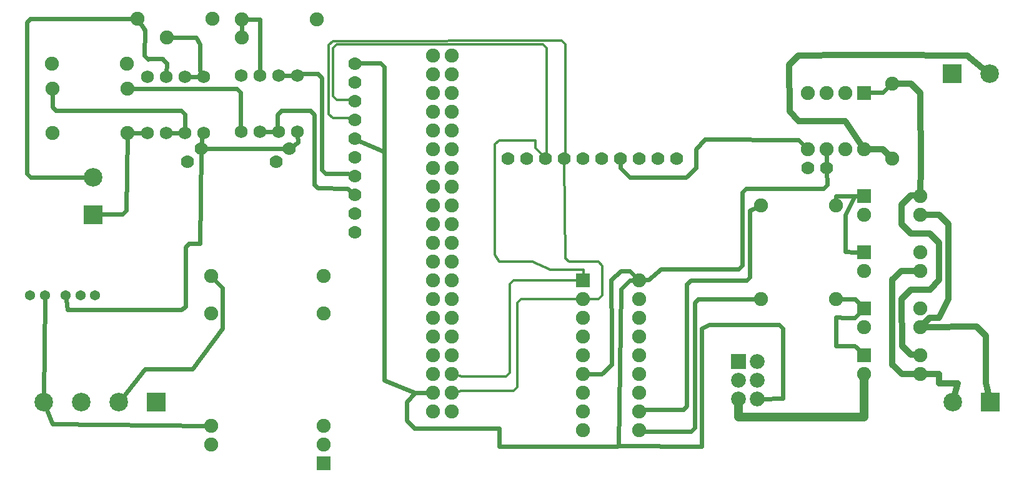
<source format=gtl>
G04 MADE WITH FRITZING*
G04 WWW.FRITZING.ORG*
G04 DOUBLE SIDED*
G04 HOLES PLATED*
G04 CONTOUR ON CENTER OF CONTOUR VECTOR*
%ASAXBY*%
%FSLAX23Y23*%
%MOIN*%
%OFA0B0*%
%SFA1.0B1.0*%
%ADD10C,0.079370*%
%ADD11C,0.075000*%
%ADD12C,0.053843*%
%ADD13C,0.068000*%
%ADD14C,0.070000*%
%ADD15C,0.075361*%
%ADD16C,0.099055*%
%ADD17R,0.079370X0.079370*%
%ADD18R,0.075000X0.075000*%
%ADD19R,0.099055X0.099055*%
%ADD20C,0.024000*%
%ADD21C,0.012000*%
%ADD22C,0.032000*%
%ADD23C,0.048000*%
%ADD24R,0.001000X0.001000*%
%LNCOPPER1*%
G90*
G70*
G54D10*
X3976Y641D03*
X3976Y541D03*
X3976Y441D03*
X3876Y641D03*
X3876Y541D03*
X3876Y441D03*
G54D11*
X1661Y95D03*
X1661Y195D03*
X1061Y195D03*
X1661Y295D03*
X1061Y295D03*
X1661Y895D03*
X1061Y895D03*
X1661Y1095D03*
X1061Y1095D03*
G54D12*
X96Y994D03*
X175Y994D03*
X285Y994D03*
X364Y994D03*
X443Y994D03*
G54D11*
X1624Y2465D03*
X1224Y2465D03*
X1224Y2371D03*
X824Y2371D03*
X213Y2229D03*
X613Y2229D03*
X614Y2096D03*
X214Y2096D03*
G54D13*
X1522Y2165D03*
X1422Y2165D03*
X1322Y2165D03*
X1222Y2165D03*
X1222Y1865D03*
X1322Y1865D03*
X1422Y1865D03*
X1522Y1865D03*
X1522Y2165D03*
X1422Y2165D03*
X1322Y2165D03*
X1222Y2165D03*
X1222Y1865D03*
X1322Y1865D03*
X1422Y1865D03*
X1522Y1865D03*
X1021Y2160D03*
X921Y2160D03*
X821Y2160D03*
X721Y2160D03*
X721Y1860D03*
X821Y1860D03*
X921Y1860D03*
X1021Y1860D03*
X1021Y2160D03*
X921Y2160D03*
X821Y2160D03*
X721Y2160D03*
X721Y1860D03*
X821Y1860D03*
X921Y1860D03*
X1021Y1860D03*
G54D11*
X1067Y2470D03*
X667Y2470D03*
X614Y1860D03*
X214Y1860D03*
G54D14*
X1409Y1705D03*
X1479Y1776D03*
X936Y1705D03*
X1007Y1776D03*
X1828Y1328D03*
X1828Y1428D03*
X1828Y1528D03*
X1828Y1628D03*
X1828Y1728D03*
X1828Y1828D03*
X1828Y1928D03*
X1828Y2028D03*
X1828Y2128D03*
X1828Y2228D03*
X3546Y1724D03*
X3446Y1724D03*
X3346Y1724D03*
X3246Y1724D03*
X3146Y1724D03*
X3046Y1724D03*
X2946Y1724D03*
X2846Y1724D03*
X2746Y1724D03*
X2646Y1724D03*
G54D11*
X4546Y2074D03*
X4546Y1774D03*
X4446Y2074D03*
X4446Y1774D03*
X4346Y2074D03*
X4346Y1774D03*
X4246Y2074D03*
X4246Y1774D03*
G54D14*
X4246Y1674D03*
X4346Y1674D03*
G54D15*
X2346Y374D03*
X2346Y474D03*
X2346Y574D03*
X2346Y674D03*
X2346Y774D03*
X2346Y874D03*
X2346Y974D03*
X2346Y1074D03*
X2346Y1174D03*
X2346Y1274D03*
X2346Y1374D03*
X2346Y1474D03*
X2346Y1574D03*
X2346Y1674D03*
X2346Y1774D03*
X2346Y1874D03*
X2346Y1974D03*
X2346Y2074D03*
X2346Y2174D03*
X2346Y2274D03*
X2246Y2274D03*
X2246Y2174D03*
X2246Y2074D03*
X2246Y1974D03*
X2246Y1874D03*
X2246Y1774D03*
X2246Y1674D03*
X2246Y1574D03*
X2246Y1474D03*
X2246Y1374D03*
X2246Y1274D03*
X2246Y1174D03*
X2246Y1074D03*
X2246Y974D03*
X2246Y874D03*
X2246Y774D03*
X2246Y674D03*
X2246Y574D03*
X2246Y474D03*
X2246Y374D03*
G54D16*
X5218Y423D03*
X5018Y423D03*
X769Y423D03*
X569Y423D03*
X369Y423D03*
X169Y423D03*
X431Y1424D03*
X431Y1624D03*
X5014Y2175D03*
X5214Y2175D03*
G54D11*
X4696Y2124D03*
X4696Y1724D03*
X4546Y674D03*
X4846Y674D03*
X4546Y574D03*
X4846Y574D03*
X4546Y1224D03*
X4846Y1224D03*
X4546Y1124D03*
X4846Y1124D03*
X4546Y1524D03*
X4846Y1524D03*
X4546Y1424D03*
X4846Y1424D03*
X4546Y924D03*
X4846Y924D03*
X4546Y824D03*
X4846Y824D03*
X3996Y974D03*
X4396Y974D03*
X3996Y1474D03*
X4396Y1474D03*
X3046Y1074D03*
X3046Y974D03*
X3046Y874D03*
X3046Y774D03*
X3046Y674D03*
X3046Y574D03*
X3046Y474D03*
X3046Y374D03*
X3046Y274D03*
X3346Y274D03*
X3346Y374D03*
X3346Y474D03*
X3346Y574D03*
X3346Y674D03*
X3346Y774D03*
X3346Y874D03*
X3346Y974D03*
X3346Y1074D03*
G54D17*
X3876Y641D03*
G54D18*
X1661Y95D03*
X4546Y2074D03*
G54D19*
X5218Y423D03*
X769Y423D03*
X431Y1424D03*
X5014Y2175D03*
G54D18*
X4546Y674D03*
X4546Y1224D03*
X4546Y1524D03*
X4546Y924D03*
X3046Y1074D03*
G54D20*
X4112Y816D02*
X4112Y442D01*
D02*
X4112Y442D02*
X3995Y441D01*
D02*
X4093Y837D02*
X4112Y816D01*
D02*
X3719Y837D02*
X4093Y837D01*
D02*
X3678Y816D02*
X3719Y837D01*
D02*
X3678Y187D02*
X3678Y816D01*
D02*
X3236Y189D02*
X3678Y187D01*
D02*
X169Y452D02*
X175Y971D01*
D02*
X1986Y1761D02*
X1846Y1820D01*
G54D21*
D02*
X2852Y1761D02*
X2852Y2313D01*
D02*
X2950Y1761D02*
X2950Y2333D01*
G54D20*
D02*
X1632Y1565D02*
X1611Y1584D01*
D02*
X1593Y1979D02*
X1435Y1979D01*
D02*
X1435Y1979D02*
X1415Y1957D01*
D02*
X1415Y1899D02*
X1419Y1880D01*
D02*
X1553Y2175D02*
X1538Y2170D01*
D02*
X1632Y2175D02*
X1553Y2175D01*
G54D21*
D02*
X1712Y1940D02*
X1789Y1939D01*
D02*
X1730Y2037D02*
X1790Y2036D01*
D02*
X1712Y2350D02*
X1689Y2331D01*
G54D20*
D02*
X1986Y1761D02*
X1985Y2214D01*
D02*
X1986Y541D02*
X1986Y1761D01*
G54D21*
D02*
X2852Y2313D02*
X2833Y2333D01*
D02*
X2950Y2333D02*
X2930Y2353D01*
G54D20*
D02*
X668Y1860D02*
X705Y1860D01*
D02*
X1464Y1776D02*
X1022Y1776D01*
G54D21*
D02*
X1730Y2332D02*
X1710Y2312D01*
G54D20*
D02*
X632Y1860D02*
X668Y1860D01*
D02*
X1611Y1584D02*
X1612Y1957D01*
D02*
X1612Y1957D02*
X1593Y1979D01*
D02*
X1789Y1643D02*
X1671Y1644D01*
D02*
X1671Y1644D02*
X1652Y1663D01*
D02*
X1789Y1564D02*
X1632Y1565D01*
D02*
X1415Y1957D02*
X1415Y1899D01*
D02*
X1814Y1541D02*
X1789Y1564D01*
D02*
X1652Y1663D02*
X1652Y2154D01*
D02*
X1652Y2154D02*
X1632Y2175D01*
D02*
X1810Y1635D02*
X1789Y1643D01*
D02*
X1849Y2233D02*
X1847Y2233D01*
D02*
X1966Y2233D02*
X1849Y2233D01*
G54D21*
D02*
X1790Y2036D02*
X1809Y2032D01*
D02*
X1789Y1939D02*
X1809Y1934D01*
D02*
X2930Y2353D02*
X1712Y2350D01*
D02*
X1689Y2331D02*
X1689Y1959D01*
D02*
X1689Y1959D02*
X1712Y1940D01*
D02*
X2948Y1744D02*
X2950Y1761D01*
G54D20*
D02*
X1985Y2214D02*
X1966Y2233D01*
D02*
X2147Y473D02*
X1986Y541D01*
G54D21*
D02*
X2833Y2333D02*
X1730Y2332D01*
D02*
X1710Y2312D02*
X1710Y2057D01*
D02*
X1710Y2057D02*
X1730Y2037D01*
D02*
X2849Y1744D02*
X2852Y1761D01*
G54D20*
D02*
X943Y1270D02*
X924Y1250D01*
D02*
X924Y934D02*
X903Y915D01*
D02*
X608Y1446D02*
X588Y1427D01*
D02*
X470Y1427D02*
X460Y1426D01*
D02*
X77Y2451D02*
X77Y1644D01*
D02*
X214Y307D02*
X1043Y295D01*
D02*
X179Y395D02*
X214Y307D01*
D02*
X707Y600D02*
X960Y600D01*
D02*
X960Y600D02*
X1121Y817D01*
D02*
X1121Y1033D02*
X1073Y1083D01*
D02*
X1121Y817D02*
X1121Y1033D01*
D02*
X587Y446D02*
X707Y600D01*
D02*
X924Y1250D02*
X924Y934D01*
D02*
X294Y915D02*
X288Y971D01*
D02*
X1001Y1270D02*
X943Y1270D01*
D02*
X588Y1427D02*
X470Y1427D01*
D02*
X614Y1842D02*
X608Y1446D01*
D02*
X97Y1624D02*
X401Y1624D01*
D02*
X1007Y1761D02*
X1001Y1270D01*
D02*
X77Y1644D02*
X97Y1624D01*
D02*
X96Y2470D02*
X77Y2451D01*
D02*
X650Y2470D02*
X96Y2470D01*
D02*
X765Y915D02*
X294Y915D01*
D02*
X903Y915D02*
X765Y915D01*
D02*
X4348Y1584D02*
X4346Y1659D01*
D02*
X4329Y1564D02*
X4348Y1584D01*
D02*
X3915Y1564D02*
X4329Y1564D01*
D02*
X3895Y1152D02*
X3895Y1544D01*
D02*
X3895Y1544D02*
X3915Y1564D01*
D02*
X3876Y1132D02*
X3895Y1152D01*
D02*
X3463Y1132D02*
X3876Y1132D01*
D02*
X3363Y1074D02*
X3395Y1075D01*
D02*
X3395Y1075D02*
X3463Y1132D01*
D02*
X4446Y1226D02*
X4496Y1224D01*
D02*
X4496Y1224D02*
X4528Y1224D01*
D02*
X4445Y1374D02*
X4446Y1226D01*
D02*
X4396Y1492D02*
X4396Y1523D01*
D02*
X4396Y1523D02*
X4528Y1524D01*
D02*
X4496Y874D02*
X4534Y912D01*
D02*
X4496Y724D02*
X4396Y724D01*
D02*
X4445Y1424D02*
X4445Y1374D01*
D02*
X4496Y1524D02*
X4445Y1424D01*
D02*
X3295Y1074D02*
X3328Y1074D01*
D02*
X3620Y1072D02*
X3599Y1053D01*
D02*
X3659Y974D02*
X3640Y954D01*
D02*
X3384Y265D02*
X3363Y270D01*
D02*
X3620Y265D02*
X3384Y265D01*
D02*
X3384Y383D02*
X3363Y378D01*
D02*
X3581Y383D02*
X3384Y383D01*
D02*
X3599Y403D02*
X3581Y383D01*
D02*
X3640Y285D02*
X3620Y265D01*
D02*
X3247Y1026D02*
X3295Y1074D01*
D02*
X3236Y189D02*
X3247Y1026D01*
D02*
X3978Y974D02*
X3659Y974D01*
D02*
X3640Y954D02*
X3640Y285D01*
D02*
X3936Y1446D02*
X3936Y1091D01*
D02*
X3936Y1091D02*
X3917Y1072D01*
D02*
X3917Y1072D02*
X3620Y1072D01*
D02*
X3980Y1467D02*
X3936Y1445D01*
D02*
X3599Y1053D02*
X3599Y403D01*
D02*
X4396Y724D02*
X4396Y876D01*
D02*
X4534Y687D02*
X4496Y724D01*
D02*
X4447Y874D02*
X4496Y874D01*
D02*
X4396Y876D02*
X4447Y874D01*
D02*
X4528Y1524D02*
X4496Y1524D01*
G54D22*
D02*
X4946Y874D02*
X4896Y874D01*
D02*
X4946Y1424D02*
X4996Y1374D01*
G54D21*
D02*
X2655Y580D02*
X2655Y1052D01*
D02*
X2675Y482D02*
X2695Y502D01*
D02*
X2715Y974D02*
X3028Y974D01*
D02*
X2675Y1072D02*
X3028Y1074D01*
G54D20*
D02*
X3227Y186D02*
X3236Y189D01*
G54D21*
D02*
X2655Y1052D02*
X2675Y1072D01*
D02*
X2695Y502D02*
X2695Y954D01*
G54D22*
D02*
X5046Y524D02*
X5026Y451D01*
D02*
X4996Y1374D02*
X4996Y974D01*
D02*
X4896Y874D02*
X4858Y837D01*
D02*
X4996Y974D02*
X4946Y874D01*
D02*
X4863Y1424D02*
X4946Y1424D01*
D02*
X4945Y524D02*
X5046Y524D01*
D02*
X4945Y574D02*
X4945Y524D01*
D02*
X4863Y574D02*
X4945Y574D01*
G54D21*
D02*
X2399Y560D02*
X2636Y560D01*
D02*
X2365Y569D02*
X2399Y560D01*
D02*
X2636Y560D02*
X2655Y580D01*
D02*
X2399Y482D02*
X2675Y482D01*
D02*
X2366Y477D02*
X2399Y482D01*
D02*
X2695Y954D02*
X2715Y974D01*
G54D20*
D02*
X2597Y186D02*
X3227Y186D01*
D02*
X2597Y284D02*
X2597Y186D01*
D02*
X2144Y284D02*
X2597Y284D01*
D02*
X2104Y325D02*
X2144Y284D01*
D02*
X1219Y1899D02*
X1221Y1881D01*
D02*
X1219Y2076D02*
X1219Y1899D01*
D02*
X1198Y2097D02*
X1219Y2076D01*
D02*
X2226Y474D02*
X2147Y473D01*
D02*
X2104Y424D02*
X2104Y325D01*
D02*
X2147Y473D02*
X2104Y423D01*
D02*
X632Y2096D02*
X1198Y2097D01*
D02*
X1406Y1865D02*
X1338Y1865D01*
D02*
X1506Y2165D02*
X1438Y2165D01*
D02*
X1321Y2465D02*
X1241Y2465D01*
D02*
X1321Y2249D02*
X1321Y2465D01*
D02*
X1322Y2181D02*
X1321Y2249D01*
D02*
X1224Y2447D02*
X1224Y2389D01*
D02*
X1001Y2194D02*
X1013Y2173D01*
D02*
X1001Y2333D02*
X1001Y2194D01*
D02*
X982Y2371D02*
X1001Y2333D01*
D02*
X842Y2371D02*
X982Y2371D01*
G54D22*
D02*
X4795Y1024D02*
X4897Y1024D01*
G54D20*
D02*
X233Y1978D02*
X903Y1978D01*
G54D22*
D02*
X4795Y675D02*
X4747Y723D01*
G54D20*
D02*
X903Y1978D02*
X923Y1958D01*
G54D22*
D02*
X4747Y574D02*
X4828Y574D01*
G54D20*
D02*
X923Y1899D02*
X922Y1876D01*
D02*
X923Y1958D02*
X923Y1899D01*
G54D22*
D02*
X4746Y1124D02*
X4696Y1075D01*
D02*
X4946Y1075D02*
X4946Y1274D01*
G54D20*
D02*
X215Y1998D02*
X233Y1978D01*
D02*
X214Y2078D02*
X215Y1998D01*
G54D22*
D02*
X4796Y1324D02*
X4746Y1374D01*
D02*
X4796Y1525D02*
X4828Y1525D01*
D02*
X4747Y723D02*
X4746Y974D01*
D02*
X4746Y974D02*
X4795Y1024D01*
D02*
X4897Y1024D02*
X4946Y1075D01*
D02*
X4896Y1324D02*
X4796Y1324D01*
D02*
X4946Y1274D02*
X4896Y1324D01*
D02*
X4746Y1374D02*
X4746Y1475D01*
D02*
X4828Y674D02*
X4795Y675D01*
G54D20*
D02*
X706Y2273D02*
X725Y2254D01*
D02*
X707Y2411D02*
X706Y2273D01*
G54D22*
D02*
X4746Y1475D02*
X4796Y1525D01*
D02*
X4695Y623D02*
X4747Y574D01*
D02*
X4828Y1124D02*
X4746Y1124D01*
D02*
X4696Y1075D02*
X4695Y623D01*
G54D20*
D02*
X3197Y624D02*
X3146Y574D01*
D02*
X3247Y1123D02*
X3195Y1075D01*
D02*
X3295Y1123D02*
X3247Y1123D01*
D02*
X3346Y1074D02*
X3295Y1123D01*
D02*
X3197Y775D02*
X3197Y673D01*
G54D21*
D02*
X2872Y1131D02*
X2774Y1172D01*
D02*
X2793Y1781D02*
X2832Y1739D01*
D02*
X2597Y1821D02*
X2793Y1821D01*
D02*
X2597Y1172D02*
X2576Y1209D01*
D02*
X2576Y1209D02*
X2576Y1800D01*
D02*
X2793Y1821D02*
X2793Y1781D01*
D02*
X2576Y1800D02*
X2597Y1821D01*
D02*
X2774Y1172D02*
X2597Y1172D01*
D02*
X3049Y1131D02*
X2872Y1131D01*
D02*
X3047Y1092D02*
X3049Y1131D01*
G54D20*
D02*
X905Y1860D02*
X837Y1860D01*
D02*
X937Y2160D02*
X1005Y2160D01*
D02*
X3195Y1075D02*
X3197Y775D01*
D02*
X3146Y574D02*
X3063Y574D01*
D02*
X3197Y673D02*
X3197Y624D01*
D02*
X825Y2234D02*
X822Y2176D01*
D02*
X803Y2254D02*
X825Y2234D01*
D02*
X1524Y1810D02*
X1523Y1849D01*
G54D21*
D02*
X3147Y1150D02*
X3128Y1172D01*
G54D20*
D02*
X1013Y1830D02*
X1009Y1791D01*
G54D21*
D02*
X2951Y1191D02*
X2946Y1705D01*
G54D20*
D02*
X1017Y1844D02*
X1013Y1830D01*
G54D21*
D02*
X2970Y1172D02*
X2951Y1191D01*
G54D20*
D02*
X1491Y1785D02*
X1524Y1810D01*
G54D21*
D02*
X3128Y1172D02*
X2970Y1172D01*
D02*
X3148Y993D02*
X3147Y1150D01*
D02*
X3128Y973D02*
X3148Y993D01*
D02*
X3063Y974D02*
X3128Y973D01*
G54D20*
D02*
X4645Y2076D02*
X4563Y2075D01*
D02*
X4346Y1757D02*
X4346Y1689D01*
D02*
X3296Y1623D02*
X3246Y1673D01*
D02*
X3246Y1673D02*
X3246Y1705D01*
D02*
X3595Y1623D02*
X3296Y1623D01*
D02*
X3647Y1674D02*
X3595Y1623D01*
D02*
X3647Y1773D02*
X3647Y1674D01*
D02*
X3694Y1825D02*
X3647Y1773D01*
D02*
X4194Y1824D02*
X3694Y1825D01*
D02*
X4233Y1786D02*
X4194Y1824D01*
D02*
X4683Y2112D02*
X4645Y2076D01*
G54D22*
D02*
X4796Y2124D02*
X4713Y2124D01*
D02*
X4846Y2074D02*
X4796Y2124D01*
D02*
X4846Y1542D02*
X4847Y1675D01*
D02*
X4847Y1675D02*
X4846Y2074D01*
G54D20*
D02*
X4645Y1774D02*
X4563Y1774D01*
D02*
X4683Y1737D02*
X4645Y1774D01*
G54D22*
D02*
X4646Y1774D02*
X4683Y1737D01*
D02*
X4196Y1924D02*
X4446Y1924D01*
D02*
X4446Y1924D02*
X4546Y1774D01*
D02*
X4546Y1774D02*
X4646Y1774D01*
D02*
X4147Y1975D02*
X4196Y1924D01*
D02*
X4146Y2224D02*
X4147Y1975D01*
D02*
X4645Y2275D02*
X4446Y2275D01*
D02*
X4195Y2273D02*
X4146Y2224D01*
D02*
X4446Y2275D02*
X4195Y2273D01*
D02*
X5096Y2274D02*
X4645Y2275D01*
D02*
X5192Y2194D02*
X5096Y2274D01*
G54D20*
D02*
X4497Y973D02*
X4413Y974D01*
D02*
X4533Y937D02*
X4497Y973D01*
G54D22*
D02*
X5146Y825D02*
X4863Y824D01*
D02*
X5196Y775D02*
X5146Y825D01*
D02*
X5195Y526D02*
X5196Y775D01*
D02*
X5211Y452D02*
X5195Y526D01*
G54D23*
D02*
X4546Y557D02*
X4545Y344D01*
D02*
X4545Y344D02*
X3876Y344D01*
D02*
X3876Y344D02*
X3876Y421D01*
G54D24*
X664Y2481D02*
X671Y2481D01*
X662Y2480D02*
X673Y2480D01*
X660Y2479D02*
X675Y2479D01*
X659Y2478D02*
X676Y2478D01*
X659Y2477D02*
X677Y2477D01*
X658Y2476D02*
X677Y2476D01*
X657Y2475D02*
X678Y2475D01*
X657Y2474D02*
X679Y2474D01*
X657Y2473D02*
X679Y2473D01*
X656Y2472D02*
X680Y2472D01*
X656Y2471D02*
X681Y2471D01*
X656Y2470D02*
X681Y2470D01*
X656Y2469D02*
X682Y2469D01*
X656Y2468D02*
X683Y2468D01*
X656Y2467D02*
X683Y2467D01*
X657Y2466D02*
X684Y2466D01*
X657Y2465D02*
X685Y2465D01*
X658Y2464D02*
X685Y2464D01*
X658Y2463D02*
X686Y2463D01*
X659Y2462D02*
X687Y2462D01*
X660Y2461D02*
X688Y2461D01*
X660Y2460D02*
X688Y2460D01*
X661Y2459D02*
X689Y2459D01*
X662Y2458D02*
X690Y2458D01*
X662Y2457D02*
X690Y2457D01*
X663Y2456D02*
X691Y2456D01*
X664Y2455D02*
X692Y2455D01*
X664Y2454D02*
X692Y2454D01*
X665Y2453D02*
X693Y2453D01*
X666Y2452D02*
X694Y2452D01*
X666Y2451D02*
X694Y2451D01*
X667Y2450D02*
X695Y2450D01*
X668Y2449D02*
X696Y2449D01*
X668Y2448D02*
X696Y2448D01*
X669Y2447D02*
X697Y2447D01*
X670Y2446D02*
X698Y2446D01*
X670Y2445D02*
X698Y2445D01*
X671Y2444D02*
X699Y2444D01*
X672Y2443D02*
X700Y2443D01*
X672Y2442D02*
X700Y2442D01*
X673Y2441D02*
X701Y2441D01*
X674Y2440D02*
X702Y2440D01*
X674Y2439D02*
X702Y2439D01*
X675Y2438D02*
X703Y2438D01*
X676Y2437D02*
X704Y2437D01*
X676Y2436D02*
X704Y2436D01*
X677Y2435D02*
X705Y2435D01*
X678Y2434D02*
X706Y2434D01*
X678Y2433D02*
X706Y2433D01*
X679Y2432D02*
X707Y2432D01*
X680Y2431D02*
X708Y2431D01*
X680Y2430D02*
X708Y2430D01*
X681Y2429D02*
X709Y2429D01*
X682Y2428D02*
X710Y2428D01*
X682Y2427D02*
X710Y2427D01*
X683Y2426D02*
X711Y2426D01*
X684Y2425D02*
X712Y2425D01*
X685Y2424D02*
X712Y2424D01*
X685Y2423D02*
X713Y2423D01*
X686Y2422D02*
X714Y2422D01*
X687Y2421D02*
X714Y2421D01*
X687Y2420D02*
X715Y2420D01*
X688Y2419D02*
X716Y2419D01*
X689Y2418D02*
X717Y2418D01*
X689Y2417D02*
X717Y2417D01*
X690Y2416D02*
X718Y2416D01*
X691Y2415D02*
X718Y2415D01*
X691Y2414D02*
X718Y2414D01*
X692Y2413D02*
X719Y2413D01*
X693Y2412D02*
X719Y2412D01*
X693Y2411D02*
X719Y2411D01*
X694Y2410D02*
X719Y2410D01*
X695Y2409D02*
X718Y2409D01*
X695Y2408D02*
X718Y2408D01*
X696Y2407D02*
X718Y2407D01*
X697Y2406D02*
X718Y2406D01*
X697Y2405D02*
X717Y2405D01*
X698Y2404D02*
X716Y2404D01*
X699Y2403D02*
X716Y2403D01*
X700Y2402D02*
X714Y2402D01*
X701Y2401D02*
X713Y2401D01*
X703Y2400D02*
X711Y2400D01*
X722Y2265D02*
X808Y2265D01*
X720Y2264D02*
X810Y2264D01*
X719Y2263D02*
X811Y2263D01*
X718Y2262D02*
X812Y2262D01*
X717Y2261D02*
X813Y2261D01*
X716Y2260D02*
X814Y2260D01*
X716Y2259D02*
X814Y2259D01*
X715Y2258D02*
X815Y2258D01*
X715Y2257D02*
X815Y2257D01*
X715Y2256D02*
X815Y2256D01*
X715Y2255D02*
X815Y2255D01*
X714Y2254D02*
X815Y2254D01*
X715Y2253D02*
X815Y2253D01*
X715Y2252D02*
X815Y2252D01*
X715Y2251D02*
X815Y2251D01*
X715Y2250D02*
X815Y2250D01*
X716Y2249D02*
X814Y2249D01*
X716Y2248D02*
X814Y2248D01*
X717Y2247D02*
X813Y2247D01*
X718Y2246D02*
X812Y2246D01*
X719Y2245D02*
X811Y2245D01*
X720Y2244D02*
X810Y2244D01*
X722Y2243D02*
X808Y2243D01*
X726Y2242D02*
X805Y2242D01*
X91Y1018D02*
X102Y1018D01*
X170Y1018D02*
X181Y1018D01*
X280Y1018D02*
X291Y1018D01*
X359Y1018D02*
X370Y1018D01*
X437Y1018D02*
X449Y1018D01*
X88Y1017D02*
X106Y1017D01*
X167Y1017D02*
X184Y1017D01*
X277Y1017D02*
X294Y1017D01*
X356Y1017D02*
X373Y1017D01*
X434Y1017D02*
X452Y1017D01*
X86Y1016D02*
X108Y1016D01*
X165Y1016D02*
X186Y1016D01*
X275Y1016D02*
X296Y1016D01*
X354Y1016D02*
X375Y1016D01*
X432Y1016D02*
X454Y1016D01*
X84Y1015D02*
X109Y1015D01*
X163Y1015D02*
X188Y1015D01*
X273Y1015D02*
X298Y1015D01*
X352Y1015D02*
X377Y1015D01*
X431Y1015D02*
X456Y1015D01*
X83Y1014D02*
X111Y1014D01*
X161Y1014D02*
X190Y1014D01*
X272Y1014D02*
X300Y1014D01*
X350Y1014D02*
X379Y1014D01*
X429Y1014D02*
X457Y1014D01*
X81Y1013D02*
X112Y1013D01*
X160Y1013D02*
X191Y1013D01*
X270Y1013D02*
X301Y1013D01*
X349Y1013D02*
X380Y1013D01*
X428Y1013D02*
X459Y1013D01*
X80Y1012D02*
X113Y1012D01*
X159Y1012D02*
X192Y1012D01*
X269Y1012D02*
X302Y1012D01*
X348Y1012D02*
X381Y1012D01*
X427Y1012D02*
X460Y1012D01*
X79Y1011D02*
X114Y1011D01*
X158Y1011D02*
X193Y1011D01*
X268Y1011D02*
X303Y1011D01*
X347Y1011D02*
X382Y1011D01*
X426Y1011D02*
X461Y1011D01*
X78Y1010D02*
X115Y1010D01*
X157Y1010D02*
X194Y1010D01*
X267Y1010D02*
X304Y1010D01*
X346Y1010D02*
X383Y1010D01*
X425Y1010D02*
X462Y1010D01*
X78Y1009D02*
X116Y1009D01*
X156Y1009D02*
X195Y1009D01*
X266Y1009D02*
X305Y1009D01*
X345Y1009D02*
X384Y1009D01*
X424Y1009D02*
X462Y1009D01*
X77Y1008D02*
X92Y1008D01*
X102Y1008D02*
X117Y1008D01*
X155Y1008D02*
X170Y1008D01*
X181Y1008D02*
X196Y1008D01*
X266Y1008D02*
X281Y1008D01*
X291Y1008D02*
X306Y1008D01*
X344Y1008D02*
X359Y1008D01*
X370Y1008D02*
X384Y1008D01*
X423Y1008D02*
X438Y1008D01*
X449Y1008D02*
X463Y1008D01*
X76Y1007D02*
X89Y1007D01*
X104Y1007D02*
X117Y1007D01*
X155Y1007D02*
X168Y1007D01*
X183Y1007D02*
X196Y1007D01*
X265Y1007D02*
X278Y1007D01*
X293Y1007D02*
X306Y1007D01*
X344Y1007D02*
X357Y1007D01*
X372Y1007D02*
X385Y1007D01*
X423Y1007D02*
X436Y1007D01*
X451Y1007D02*
X464Y1007D01*
X76Y1006D02*
X88Y1006D01*
X106Y1006D02*
X118Y1006D01*
X154Y1006D02*
X166Y1006D01*
X185Y1006D02*
X197Y1006D01*
X265Y1006D02*
X277Y1006D01*
X295Y1006D02*
X307Y1006D01*
X343Y1006D02*
X355Y1006D01*
X374Y1006D02*
X386Y1006D01*
X422Y1006D02*
X434Y1006D01*
X452Y1006D02*
X464Y1006D01*
X75Y1005D02*
X86Y1005D01*
X107Y1005D02*
X118Y1005D01*
X154Y1005D02*
X165Y1005D01*
X186Y1005D02*
X197Y1005D01*
X264Y1005D02*
X275Y1005D01*
X296Y1005D02*
X307Y1005D01*
X343Y1005D02*
X354Y1005D01*
X375Y1005D02*
X386Y1005D01*
X421Y1005D02*
X433Y1005D01*
X454Y1005D02*
X465Y1005D01*
X74Y1004D02*
X85Y1004D01*
X108Y1004D02*
X119Y1004D01*
X153Y1004D02*
X164Y1004D01*
X187Y1004D02*
X198Y1004D01*
X263Y1004D02*
X274Y1004D01*
X297Y1004D02*
X308Y1004D01*
X342Y1004D02*
X353Y1004D01*
X376Y1004D02*
X387Y1004D01*
X421Y1004D02*
X432Y1004D01*
X455Y1004D02*
X465Y1004D01*
X74Y1003D02*
X85Y1003D01*
X109Y1003D02*
X119Y1003D01*
X153Y1003D02*
X163Y1003D01*
X188Y1003D02*
X198Y1003D01*
X263Y1003D02*
X274Y1003D01*
X298Y1003D02*
X308Y1003D01*
X342Y1003D02*
X352Y1003D01*
X377Y1003D02*
X387Y1003D01*
X420Y1003D02*
X431Y1003D01*
X456Y1003D02*
X466Y1003D01*
X74Y1002D02*
X84Y1002D01*
X110Y1002D02*
X120Y1002D01*
X152Y1002D02*
X163Y1002D01*
X189Y1002D02*
X199Y1002D01*
X263Y1002D02*
X273Y1002D01*
X299Y1002D02*
X309Y1002D01*
X341Y1002D02*
X352Y1002D01*
X378Y1002D02*
X388Y1002D01*
X420Y1002D02*
X430Y1002D01*
X456Y1002D02*
X466Y1002D01*
X73Y1001D02*
X83Y1001D01*
X110Y1001D02*
X120Y1001D01*
X152Y1001D02*
X162Y1001D01*
X189Y1001D02*
X199Y1001D01*
X262Y1001D02*
X272Y1001D01*
X299Y1001D02*
X309Y1001D01*
X341Y1001D02*
X351Y1001D01*
X378Y1001D02*
X388Y1001D01*
X420Y1001D02*
X430Y1001D01*
X457Y1001D02*
X467Y1001D01*
X73Y1000D02*
X83Y1000D01*
X111Y1000D02*
X120Y1000D01*
X152Y1000D02*
X161Y1000D01*
X190Y1000D02*
X199Y1000D01*
X262Y1000D02*
X272Y1000D01*
X300Y1000D02*
X309Y1000D01*
X341Y1000D02*
X350Y1000D01*
X379Y1000D02*
X388Y1000D01*
X420Y1000D02*
X429Y1000D01*
X457Y1000D02*
X467Y1000D01*
X73Y999D02*
X82Y999D01*
X111Y999D02*
X121Y999D01*
X152Y999D02*
X161Y999D01*
X190Y999D02*
X199Y999D01*
X262Y999D02*
X271Y999D01*
X300Y999D02*
X310Y999D01*
X341Y999D02*
X350Y999D01*
X379Y999D02*
X388Y999D01*
X419Y999D02*
X429Y999D01*
X458Y999D02*
X467Y999D01*
X73Y998D02*
X82Y998D01*
X112Y998D02*
X121Y998D01*
X151Y998D02*
X161Y998D01*
X190Y998D02*
X200Y998D01*
X262Y998D02*
X271Y998D01*
X301Y998D02*
X310Y998D01*
X340Y998D02*
X350Y998D01*
X379Y998D02*
X389Y998D01*
X419Y998D02*
X428Y998D01*
X458Y998D02*
X467Y998D01*
X72Y997D02*
X82Y997D01*
X112Y997D02*
X121Y997D01*
X151Y997D02*
X160Y997D01*
X191Y997D02*
X200Y997D01*
X261Y997D02*
X271Y997D01*
X301Y997D02*
X310Y997D01*
X340Y997D02*
X349Y997D01*
X380Y997D02*
X389Y997D01*
X419Y997D02*
X428Y997D01*
X458Y997D02*
X467Y997D01*
X72Y996D02*
X82Y996D01*
X112Y996D02*
X121Y996D01*
X151Y996D02*
X160Y996D01*
X191Y996D02*
X200Y996D01*
X261Y996D02*
X271Y996D01*
X301Y996D02*
X310Y996D01*
X340Y996D02*
X349Y996D01*
X380Y996D02*
X389Y996D01*
X419Y996D02*
X428Y996D01*
X459Y996D02*
X468Y996D01*
X72Y995D02*
X81Y995D01*
X112Y995D02*
X121Y995D01*
X151Y995D02*
X160Y995D01*
X191Y995D02*
X200Y995D01*
X261Y995D02*
X270Y995D01*
X301Y995D02*
X310Y995D01*
X340Y995D02*
X349Y995D01*
X380Y995D02*
X389Y995D01*
X419Y995D02*
X428Y995D01*
X459Y995D02*
X468Y995D01*
X72Y994D02*
X81Y994D01*
X112Y994D02*
X121Y994D01*
X151Y994D02*
X160Y994D01*
X191Y994D02*
X200Y994D01*
X261Y994D02*
X270Y994D01*
X301Y994D02*
X310Y994D01*
X340Y994D02*
X349Y994D01*
X380Y994D02*
X389Y994D01*
X419Y994D02*
X428Y994D01*
X459Y994D02*
X468Y994D01*
X72Y993D02*
X81Y993D01*
X112Y993D02*
X121Y993D01*
X151Y993D02*
X160Y993D01*
X191Y993D02*
X200Y993D01*
X261Y993D02*
X270Y993D01*
X301Y993D02*
X310Y993D01*
X340Y993D02*
X349Y993D01*
X380Y993D02*
X389Y993D01*
X419Y993D02*
X428Y993D01*
X459Y993D02*
X468Y993D01*
X72Y992D02*
X82Y992D01*
X112Y992D02*
X121Y992D01*
X151Y992D02*
X160Y992D01*
X191Y992D02*
X200Y992D01*
X261Y992D02*
X270Y992D01*
X301Y992D02*
X310Y992D01*
X340Y992D02*
X349Y992D01*
X380Y992D02*
X389Y992D01*
X419Y992D02*
X428Y992D01*
X459Y992D02*
X468Y992D01*
X72Y991D02*
X82Y991D01*
X112Y991D02*
X121Y991D01*
X151Y991D02*
X160Y991D01*
X191Y991D02*
X200Y991D01*
X261Y991D02*
X271Y991D01*
X301Y991D02*
X310Y991D01*
X340Y991D02*
X349Y991D01*
X380Y991D02*
X389Y991D01*
X419Y991D02*
X428Y991D01*
X458Y991D02*
X467Y991D01*
X73Y990D02*
X82Y990D01*
X112Y990D02*
X121Y990D01*
X151Y990D02*
X161Y990D01*
X191Y990D02*
X200Y990D01*
X262Y990D02*
X271Y990D01*
X301Y990D02*
X310Y990D01*
X340Y990D02*
X350Y990D01*
X379Y990D02*
X389Y990D01*
X419Y990D02*
X428Y990D01*
X458Y990D02*
X467Y990D01*
X73Y989D02*
X82Y989D01*
X111Y989D02*
X121Y989D01*
X151Y989D02*
X161Y989D01*
X190Y989D02*
X199Y989D01*
X262Y989D02*
X271Y989D01*
X300Y989D02*
X310Y989D01*
X340Y989D02*
X350Y989D01*
X379Y989D02*
X388Y989D01*
X419Y989D02*
X429Y989D01*
X458Y989D02*
X467Y989D01*
X73Y988D02*
X83Y988D01*
X111Y988D02*
X120Y988D01*
X152Y988D02*
X161Y988D01*
X190Y988D02*
X199Y988D01*
X262Y988D02*
X271Y988D01*
X300Y988D02*
X309Y988D01*
X341Y988D02*
X350Y988D01*
X379Y988D02*
X388Y988D01*
X419Y988D02*
X429Y988D01*
X458Y988D02*
X467Y988D01*
X73Y987D02*
X83Y987D01*
X111Y987D02*
X120Y987D01*
X152Y987D02*
X162Y987D01*
X189Y987D02*
X199Y987D01*
X262Y987D02*
X272Y987D01*
X300Y987D02*
X309Y987D01*
X341Y987D02*
X351Y987D01*
X378Y987D02*
X388Y987D01*
X420Y987D02*
X429Y987D01*
X457Y987D02*
X467Y987D01*
X74Y986D02*
X84Y986D01*
X110Y986D02*
X120Y986D01*
X152Y986D02*
X162Y986D01*
X189Y986D02*
X199Y986D01*
X263Y986D02*
X273Y986D01*
X299Y986D02*
X309Y986D01*
X341Y986D02*
X351Y986D01*
X378Y986D02*
X388Y986D01*
X420Y986D02*
X430Y986D01*
X457Y986D02*
X466Y986D01*
X74Y985D02*
X84Y985D01*
X109Y985D02*
X120Y985D01*
X153Y985D02*
X163Y985D01*
X188Y985D02*
X198Y985D01*
X263Y985D02*
X273Y985D01*
X298Y985D02*
X309Y985D01*
X342Y985D02*
X352Y985D01*
X377Y985D02*
X387Y985D01*
X420Y985D02*
X431Y985D01*
X456Y985D02*
X466Y985D01*
X74Y984D02*
X85Y984D01*
X109Y984D02*
X119Y984D01*
X153Y984D02*
X164Y984D01*
X187Y984D02*
X198Y984D01*
X263Y984D02*
X274Y984D01*
X298Y984D02*
X308Y984D01*
X342Y984D02*
X353Y984D01*
X376Y984D02*
X387Y984D01*
X421Y984D02*
X431Y984D01*
X455Y984D02*
X466Y984D01*
X75Y983D02*
X86Y983D01*
X108Y983D02*
X119Y983D01*
X154Y983D02*
X165Y983D01*
X186Y983D02*
X197Y983D01*
X264Y983D02*
X275Y983D01*
X297Y983D02*
X308Y983D01*
X343Y983D02*
X354Y983D01*
X375Y983D02*
X386Y983D01*
X421Y983D02*
X432Y983D01*
X454Y983D02*
X465Y983D01*
X75Y982D02*
X87Y982D01*
X107Y982D02*
X118Y982D01*
X154Y982D02*
X166Y982D01*
X185Y982D02*
X197Y982D01*
X264Y982D02*
X276Y982D01*
X296Y982D02*
X307Y982D01*
X343Y982D02*
X355Y982D01*
X374Y982D02*
X386Y982D01*
X422Y982D02*
X434Y982D01*
X453Y982D02*
X465Y982D01*
X76Y981D02*
X89Y981D01*
X105Y981D02*
X118Y981D01*
X155Y981D02*
X167Y981D01*
X184Y981D02*
X196Y981D01*
X265Y981D02*
X277Y981D01*
X294Y981D02*
X306Y981D01*
X344Y981D02*
X356Y981D01*
X373Y981D02*
X385Y981D01*
X422Y981D02*
X435Y981D01*
X452Y981D02*
X464Y981D01*
X77Y980D02*
X90Y980D01*
X103Y980D02*
X117Y980D01*
X155Y980D02*
X169Y980D01*
X182Y980D02*
X196Y980D01*
X265Y980D02*
X279Y980D01*
X292Y980D02*
X306Y980D01*
X344Y980D02*
X358Y980D01*
X371Y980D02*
X385Y980D01*
X423Y980D02*
X437Y980D01*
X450Y980D02*
X463Y980D01*
X77Y979D02*
X94Y979D01*
X100Y979D02*
X116Y979D01*
X156Y979D02*
X173Y979D01*
X179Y979D02*
X195Y979D01*
X266Y979D02*
X283Y979D01*
X289Y979D02*
X305Y979D01*
X345Y979D02*
X361Y979D01*
X368Y979D02*
X384Y979D01*
X424Y979D02*
X440Y979D01*
X446Y979D02*
X463Y979D01*
X78Y978D02*
X115Y978D01*
X157Y978D02*
X194Y978D01*
X267Y978D02*
X304Y978D01*
X346Y978D02*
X383Y978D01*
X425Y978D02*
X462Y978D01*
X79Y977D02*
X115Y977D01*
X158Y977D02*
X193Y977D01*
X268Y977D02*
X304Y977D01*
X347Y977D02*
X382Y977D01*
X425Y977D02*
X461Y977D01*
X80Y976D02*
X114Y976D01*
X159Y976D02*
X192Y976D01*
X269Y976D02*
X303Y976D01*
X348Y976D02*
X381Y976D01*
X426Y976D02*
X460Y976D01*
X81Y975D02*
X112Y975D01*
X160Y975D02*
X191Y975D01*
X270Y975D02*
X301Y975D01*
X349Y975D02*
X380Y975D01*
X428Y975D02*
X459Y975D01*
X82Y974D02*
X111Y974D01*
X161Y974D02*
X190Y974D01*
X271Y974D02*
X300Y974D01*
X350Y974D02*
X379Y974D01*
X429Y974D02*
X458Y974D01*
X84Y973D02*
X110Y973D01*
X162Y973D02*
X189Y973D01*
X273Y973D02*
X299Y973D01*
X351Y973D02*
X378Y973D01*
X430Y973D02*
X456Y973D01*
X85Y972D02*
X108Y972D01*
X164Y972D02*
X187Y972D01*
X274Y972D02*
X297Y972D01*
X353Y972D02*
X376Y972D01*
X432Y972D02*
X454Y972D01*
X87Y971D02*
X106Y971D01*
X166Y971D02*
X185Y971D01*
X276Y971D02*
X295Y971D01*
X355Y971D02*
X374Y971D01*
X434Y971D02*
X453Y971D01*
X90Y970D02*
X104Y970D01*
X169Y970D02*
X182Y970D01*
X279Y970D02*
X292Y970D01*
X358Y970D02*
X371Y970D01*
X436Y970D02*
X450Y970D01*
X96Y969D02*
X98Y969D01*
X174Y969D02*
X177Y969D01*
X285Y969D02*
X287Y969D01*
X363Y969D02*
X366Y969D01*
X442Y969D02*
X444Y969D01*
D02*
G04 End of Copper1*
M02*
</source>
